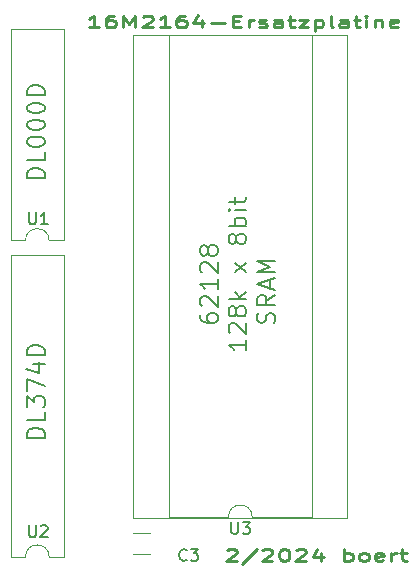
<source format=gbr>
%TF.GenerationSoftware,KiCad,Pcbnew,7.0.10*%
%TF.CreationDate,2024-02-06T22:12:15+01:00*%
%TF.ProjectId,16M2164_Ersatz_SRAM,31364d32-3136-4345-9f45-727361747a5f,1*%
%TF.SameCoordinates,Original*%
%TF.FileFunction,Legend,Top*%
%TF.FilePolarity,Positive*%
%FSLAX46Y46*%
G04 Gerber Fmt 4.6, Leading zero omitted, Abs format (unit mm)*
G04 Created by KiCad (PCBNEW 7.0.10) date 2024-02-06 22:12:15*
%MOMM*%
%LPD*%
G01*
G04 APERTURE LIST*
%ADD10C,0.250000*%
%ADD11C,0.150000*%
%ADD12C,0.120000*%
G04 APERTURE END LIST*
D10*
X177250187Y-126559857D02*
X177321615Y-126512238D01*
X177321615Y-126512238D02*
X177464473Y-126464619D01*
X177464473Y-126464619D02*
X177821615Y-126464619D01*
X177821615Y-126464619D02*
X177964473Y-126512238D01*
X177964473Y-126512238D02*
X178035901Y-126559857D01*
X178035901Y-126559857D02*
X178107330Y-126655095D01*
X178107330Y-126655095D02*
X178107330Y-126750333D01*
X178107330Y-126750333D02*
X178035901Y-126893190D01*
X178035901Y-126893190D02*
X177178758Y-127464619D01*
X177178758Y-127464619D02*
X178107330Y-127464619D01*
X179821615Y-126417000D02*
X178535901Y-127702714D01*
X180250187Y-126559857D02*
X180321615Y-126512238D01*
X180321615Y-126512238D02*
X180464473Y-126464619D01*
X180464473Y-126464619D02*
X180821615Y-126464619D01*
X180821615Y-126464619D02*
X180964473Y-126512238D01*
X180964473Y-126512238D02*
X181035901Y-126559857D01*
X181035901Y-126559857D02*
X181107330Y-126655095D01*
X181107330Y-126655095D02*
X181107330Y-126750333D01*
X181107330Y-126750333D02*
X181035901Y-126893190D01*
X181035901Y-126893190D02*
X180178758Y-127464619D01*
X180178758Y-127464619D02*
X181107330Y-127464619D01*
X182035901Y-126464619D02*
X182178758Y-126464619D01*
X182178758Y-126464619D02*
X182321615Y-126512238D01*
X182321615Y-126512238D02*
X182393044Y-126559857D01*
X182393044Y-126559857D02*
X182464472Y-126655095D01*
X182464472Y-126655095D02*
X182535901Y-126845571D01*
X182535901Y-126845571D02*
X182535901Y-127083666D01*
X182535901Y-127083666D02*
X182464472Y-127274142D01*
X182464472Y-127274142D02*
X182393044Y-127369380D01*
X182393044Y-127369380D02*
X182321615Y-127417000D01*
X182321615Y-127417000D02*
X182178758Y-127464619D01*
X182178758Y-127464619D02*
X182035901Y-127464619D01*
X182035901Y-127464619D02*
X181893044Y-127417000D01*
X181893044Y-127417000D02*
X181821615Y-127369380D01*
X181821615Y-127369380D02*
X181750186Y-127274142D01*
X181750186Y-127274142D02*
X181678758Y-127083666D01*
X181678758Y-127083666D02*
X181678758Y-126845571D01*
X181678758Y-126845571D02*
X181750186Y-126655095D01*
X181750186Y-126655095D02*
X181821615Y-126559857D01*
X181821615Y-126559857D02*
X181893044Y-126512238D01*
X181893044Y-126512238D02*
X182035901Y-126464619D01*
X183107329Y-126559857D02*
X183178757Y-126512238D01*
X183178757Y-126512238D02*
X183321615Y-126464619D01*
X183321615Y-126464619D02*
X183678757Y-126464619D01*
X183678757Y-126464619D02*
X183821615Y-126512238D01*
X183821615Y-126512238D02*
X183893043Y-126559857D01*
X183893043Y-126559857D02*
X183964472Y-126655095D01*
X183964472Y-126655095D02*
X183964472Y-126750333D01*
X183964472Y-126750333D02*
X183893043Y-126893190D01*
X183893043Y-126893190D02*
X183035900Y-127464619D01*
X183035900Y-127464619D02*
X183964472Y-127464619D01*
X185250186Y-126797952D02*
X185250186Y-127464619D01*
X184893043Y-126417000D02*
X184535900Y-127131285D01*
X184535900Y-127131285D02*
X185464471Y-127131285D01*
X187178756Y-127464619D02*
X187178756Y-126464619D01*
X187178756Y-126845571D02*
X187321614Y-126797952D01*
X187321614Y-126797952D02*
X187607328Y-126797952D01*
X187607328Y-126797952D02*
X187750185Y-126845571D01*
X187750185Y-126845571D02*
X187821614Y-126893190D01*
X187821614Y-126893190D02*
X187893042Y-126988428D01*
X187893042Y-126988428D02*
X187893042Y-127274142D01*
X187893042Y-127274142D02*
X187821614Y-127369380D01*
X187821614Y-127369380D02*
X187750185Y-127417000D01*
X187750185Y-127417000D02*
X187607328Y-127464619D01*
X187607328Y-127464619D02*
X187321614Y-127464619D01*
X187321614Y-127464619D02*
X187178756Y-127417000D01*
X188750185Y-127464619D02*
X188607328Y-127417000D01*
X188607328Y-127417000D02*
X188535899Y-127369380D01*
X188535899Y-127369380D02*
X188464471Y-127274142D01*
X188464471Y-127274142D02*
X188464471Y-126988428D01*
X188464471Y-126988428D02*
X188535899Y-126893190D01*
X188535899Y-126893190D02*
X188607328Y-126845571D01*
X188607328Y-126845571D02*
X188750185Y-126797952D01*
X188750185Y-126797952D02*
X188964471Y-126797952D01*
X188964471Y-126797952D02*
X189107328Y-126845571D01*
X189107328Y-126845571D02*
X189178757Y-126893190D01*
X189178757Y-126893190D02*
X189250185Y-126988428D01*
X189250185Y-126988428D02*
X189250185Y-127274142D01*
X189250185Y-127274142D02*
X189178757Y-127369380D01*
X189178757Y-127369380D02*
X189107328Y-127417000D01*
X189107328Y-127417000D02*
X188964471Y-127464619D01*
X188964471Y-127464619D02*
X188750185Y-127464619D01*
X190464471Y-127417000D02*
X190321614Y-127464619D01*
X190321614Y-127464619D02*
X190035900Y-127464619D01*
X190035900Y-127464619D02*
X189893042Y-127417000D01*
X189893042Y-127417000D02*
X189821614Y-127321761D01*
X189821614Y-127321761D02*
X189821614Y-126940809D01*
X189821614Y-126940809D02*
X189893042Y-126845571D01*
X189893042Y-126845571D02*
X190035900Y-126797952D01*
X190035900Y-126797952D02*
X190321614Y-126797952D01*
X190321614Y-126797952D02*
X190464471Y-126845571D01*
X190464471Y-126845571D02*
X190535900Y-126940809D01*
X190535900Y-126940809D02*
X190535900Y-127036047D01*
X190535900Y-127036047D02*
X189821614Y-127131285D01*
X191178756Y-127464619D02*
X191178756Y-126797952D01*
X191178756Y-126988428D02*
X191250185Y-126893190D01*
X191250185Y-126893190D02*
X191321614Y-126845571D01*
X191321614Y-126845571D02*
X191464471Y-126797952D01*
X191464471Y-126797952D02*
X191607328Y-126797952D01*
X191893042Y-126797952D02*
X192464470Y-126797952D01*
X192107327Y-126464619D02*
X192107327Y-127321761D01*
X192107327Y-127321761D02*
X192178756Y-127417000D01*
X192178756Y-127417000D02*
X192321613Y-127464619D01*
X192321613Y-127464619D02*
X192464470Y-127464619D01*
X166407330Y-82294619D02*
X165550187Y-82294619D01*
X165978758Y-82294619D02*
X165978758Y-81294619D01*
X165978758Y-81294619D02*
X165835901Y-81437476D01*
X165835901Y-81437476D02*
X165693044Y-81532714D01*
X165693044Y-81532714D02*
X165550187Y-81580333D01*
X167693044Y-81294619D02*
X167407329Y-81294619D01*
X167407329Y-81294619D02*
X167264472Y-81342238D01*
X167264472Y-81342238D02*
X167193044Y-81389857D01*
X167193044Y-81389857D02*
X167050186Y-81532714D01*
X167050186Y-81532714D02*
X166978758Y-81723190D01*
X166978758Y-81723190D02*
X166978758Y-82104142D01*
X166978758Y-82104142D02*
X167050186Y-82199380D01*
X167050186Y-82199380D02*
X167121615Y-82247000D01*
X167121615Y-82247000D02*
X167264472Y-82294619D01*
X167264472Y-82294619D02*
X167550186Y-82294619D01*
X167550186Y-82294619D02*
X167693044Y-82247000D01*
X167693044Y-82247000D02*
X167764472Y-82199380D01*
X167764472Y-82199380D02*
X167835901Y-82104142D01*
X167835901Y-82104142D02*
X167835901Y-81866047D01*
X167835901Y-81866047D02*
X167764472Y-81770809D01*
X167764472Y-81770809D02*
X167693044Y-81723190D01*
X167693044Y-81723190D02*
X167550186Y-81675571D01*
X167550186Y-81675571D02*
X167264472Y-81675571D01*
X167264472Y-81675571D02*
X167121615Y-81723190D01*
X167121615Y-81723190D02*
X167050186Y-81770809D01*
X167050186Y-81770809D02*
X166978758Y-81866047D01*
X168478757Y-82294619D02*
X168478757Y-81294619D01*
X168478757Y-81294619D02*
X168978757Y-82008904D01*
X168978757Y-82008904D02*
X169478757Y-81294619D01*
X169478757Y-81294619D02*
X169478757Y-82294619D01*
X170121615Y-81389857D02*
X170193043Y-81342238D01*
X170193043Y-81342238D02*
X170335901Y-81294619D01*
X170335901Y-81294619D02*
X170693043Y-81294619D01*
X170693043Y-81294619D02*
X170835901Y-81342238D01*
X170835901Y-81342238D02*
X170907329Y-81389857D01*
X170907329Y-81389857D02*
X170978758Y-81485095D01*
X170978758Y-81485095D02*
X170978758Y-81580333D01*
X170978758Y-81580333D02*
X170907329Y-81723190D01*
X170907329Y-81723190D02*
X170050186Y-82294619D01*
X170050186Y-82294619D02*
X170978758Y-82294619D01*
X172407329Y-82294619D02*
X171550186Y-82294619D01*
X171978757Y-82294619D02*
X171978757Y-81294619D01*
X171978757Y-81294619D02*
X171835900Y-81437476D01*
X171835900Y-81437476D02*
X171693043Y-81532714D01*
X171693043Y-81532714D02*
X171550186Y-81580333D01*
X173693043Y-81294619D02*
X173407328Y-81294619D01*
X173407328Y-81294619D02*
X173264471Y-81342238D01*
X173264471Y-81342238D02*
X173193043Y-81389857D01*
X173193043Y-81389857D02*
X173050185Y-81532714D01*
X173050185Y-81532714D02*
X172978757Y-81723190D01*
X172978757Y-81723190D02*
X172978757Y-82104142D01*
X172978757Y-82104142D02*
X173050185Y-82199380D01*
X173050185Y-82199380D02*
X173121614Y-82247000D01*
X173121614Y-82247000D02*
X173264471Y-82294619D01*
X173264471Y-82294619D02*
X173550185Y-82294619D01*
X173550185Y-82294619D02*
X173693043Y-82247000D01*
X173693043Y-82247000D02*
X173764471Y-82199380D01*
X173764471Y-82199380D02*
X173835900Y-82104142D01*
X173835900Y-82104142D02*
X173835900Y-81866047D01*
X173835900Y-81866047D02*
X173764471Y-81770809D01*
X173764471Y-81770809D02*
X173693043Y-81723190D01*
X173693043Y-81723190D02*
X173550185Y-81675571D01*
X173550185Y-81675571D02*
X173264471Y-81675571D01*
X173264471Y-81675571D02*
X173121614Y-81723190D01*
X173121614Y-81723190D02*
X173050185Y-81770809D01*
X173050185Y-81770809D02*
X172978757Y-81866047D01*
X175121614Y-81627952D02*
X175121614Y-82294619D01*
X174764471Y-81247000D02*
X174407328Y-81961285D01*
X174407328Y-81961285D02*
X175335899Y-81961285D01*
X175907327Y-81913666D02*
X177050185Y-81913666D01*
X177764470Y-81770809D02*
X178264470Y-81770809D01*
X178478756Y-82294619D02*
X177764470Y-82294619D01*
X177764470Y-82294619D02*
X177764470Y-81294619D01*
X177764470Y-81294619D02*
X178478756Y-81294619D01*
X179121613Y-82294619D02*
X179121613Y-81627952D01*
X179121613Y-81818428D02*
X179193042Y-81723190D01*
X179193042Y-81723190D02*
X179264471Y-81675571D01*
X179264471Y-81675571D02*
X179407328Y-81627952D01*
X179407328Y-81627952D02*
X179550185Y-81627952D01*
X179978756Y-82247000D02*
X180121613Y-82294619D01*
X180121613Y-82294619D02*
X180407327Y-82294619D01*
X180407327Y-82294619D02*
X180550184Y-82247000D01*
X180550184Y-82247000D02*
X180621613Y-82151761D01*
X180621613Y-82151761D02*
X180621613Y-82104142D01*
X180621613Y-82104142D02*
X180550184Y-82008904D01*
X180550184Y-82008904D02*
X180407327Y-81961285D01*
X180407327Y-81961285D02*
X180193042Y-81961285D01*
X180193042Y-81961285D02*
X180050184Y-81913666D01*
X180050184Y-81913666D02*
X179978756Y-81818428D01*
X179978756Y-81818428D02*
X179978756Y-81770809D01*
X179978756Y-81770809D02*
X180050184Y-81675571D01*
X180050184Y-81675571D02*
X180193042Y-81627952D01*
X180193042Y-81627952D02*
X180407327Y-81627952D01*
X180407327Y-81627952D02*
X180550184Y-81675571D01*
X181907328Y-82294619D02*
X181907328Y-81770809D01*
X181907328Y-81770809D02*
X181835899Y-81675571D01*
X181835899Y-81675571D02*
X181693042Y-81627952D01*
X181693042Y-81627952D02*
X181407328Y-81627952D01*
X181407328Y-81627952D02*
X181264470Y-81675571D01*
X181907328Y-82247000D02*
X181764470Y-82294619D01*
X181764470Y-82294619D02*
X181407328Y-82294619D01*
X181407328Y-82294619D02*
X181264470Y-82247000D01*
X181264470Y-82247000D02*
X181193042Y-82151761D01*
X181193042Y-82151761D02*
X181193042Y-82056523D01*
X181193042Y-82056523D02*
X181264470Y-81961285D01*
X181264470Y-81961285D02*
X181407328Y-81913666D01*
X181407328Y-81913666D02*
X181764470Y-81913666D01*
X181764470Y-81913666D02*
X181907328Y-81866047D01*
X182407328Y-81627952D02*
X182978756Y-81627952D01*
X182621613Y-81294619D02*
X182621613Y-82151761D01*
X182621613Y-82151761D02*
X182693042Y-82247000D01*
X182693042Y-82247000D02*
X182835899Y-82294619D01*
X182835899Y-82294619D02*
X182978756Y-82294619D01*
X183335899Y-81627952D02*
X184121614Y-81627952D01*
X184121614Y-81627952D02*
X183335899Y-82294619D01*
X183335899Y-82294619D02*
X184121614Y-82294619D01*
X184693042Y-81627952D02*
X184693042Y-82627952D01*
X184693042Y-81675571D02*
X184835900Y-81627952D01*
X184835900Y-81627952D02*
X185121614Y-81627952D01*
X185121614Y-81627952D02*
X185264471Y-81675571D01*
X185264471Y-81675571D02*
X185335900Y-81723190D01*
X185335900Y-81723190D02*
X185407328Y-81818428D01*
X185407328Y-81818428D02*
X185407328Y-82104142D01*
X185407328Y-82104142D02*
X185335900Y-82199380D01*
X185335900Y-82199380D02*
X185264471Y-82247000D01*
X185264471Y-82247000D02*
X185121614Y-82294619D01*
X185121614Y-82294619D02*
X184835900Y-82294619D01*
X184835900Y-82294619D02*
X184693042Y-82247000D01*
X186264471Y-82294619D02*
X186121614Y-82247000D01*
X186121614Y-82247000D02*
X186050185Y-82151761D01*
X186050185Y-82151761D02*
X186050185Y-81294619D01*
X187478757Y-82294619D02*
X187478757Y-81770809D01*
X187478757Y-81770809D02*
X187407328Y-81675571D01*
X187407328Y-81675571D02*
X187264471Y-81627952D01*
X187264471Y-81627952D02*
X186978757Y-81627952D01*
X186978757Y-81627952D02*
X186835899Y-81675571D01*
X187478757Y-82247000D02*
X187335899Y-82294619D01*
X187335899Y-82294619D02*
X186978757Y-82294619D01*
X186978757Y-82294619D02*
X186835899Y-82247000D01*
X186835899Y-82247000D02*
X186764471Y-82151761D01*
X186764471Y-82151761D02*
X186764471Y-82056523D01*
X186764471Y-82056523D02*
X186835899Y-81961285D01*
X186835899Y-81961285D02*
X186978757Y-81913666D01*
X186978757Y-81913666D02*
X187335899Y-81913666D01*
X187335899Y-81913666D02*
X187478757Y-81866047D01*
X187978757Y-81627952D02*
X188550185Y-81627952D01*
X188193042Y-81294619D02*
X188193042Y-82151761D01*
X188193042Y-82151761D02*
X188264471Y-82247000D01*
X188264471Y-82247000D02*
X188407328Y-82294619D01*
X188407328Y-82294619D02*
X188550185Y-82294619D01*
X189050185Y-82294619D02*
X189050185Y-81627952D01*
X189050185Y-81294619D02*
X188978757Y-81342238D01*
X188978757Y-81342238D02*
X189050185Y-81389857D01*
X189050185Y-81389857D02*
X189121614Y-81342238D01*
X189121614Y-81342238D02*
X189050185Y-81294619D01*
X189050185Y-81294619D02*
X189050185Y-81389857D01*
X189764471Y-81627952D02*
X189764471Y-82294619D01*
X189764471Y-81723190D02*
X189835900Y-81675571D01*
X189835900Y-81675571D02*
X189978757Y-81627952D01*
X189978757Y-81627952D02*
X190193043Y-81627952D01*
X190193043Y-81627952D02*
X190335900Y-81675571D01*
X190335900Y-81675571D02*
X190407329Y-81770809D01*
X190407329Y-81770809D02*
X190407329Y-82294619D01*
X191693043Y-82247000D02*
X191550186Y-82294619D01*
X191550186Y-82294619D02*
X191264472Y-82294619D01*
X191264472Y-82294619D02*
X191121614Y-82247000D01*
X191121614Y-82247000D02*
X191050186Y-82151761D01*
X191050186Y-82151761D02*
X191050186Y-81770809D01*
X191050186Y-81770809D02*
X191121614Y-81675571D01*
X191121614Y-81675571D02*
X191264472Y-81627952D01*
X191264472Y-81627952D02*
X191550186Y-81627952D01*
X191550186Y-81627952D02*
X191693043Y-81675571D01*
X191693043Y-81675571D02*
X191764472Y-81770809D01*
X191764472Y-81770809D02*
X191764472Y-81866047D01*
X191764472Y-81866047D02*
X191050186Y-81961285D01*
D11*
X174978628Y-106615602D02*
X174978628Y-106901316D01*
X174978628Y-106901316D02*
X175050057Y-107044173D01*
X175050057Y-107044173D02*
X175121485Y-107115602D01*
X175121485Y-107115602D02*
X175335771Y-107258459D01*
X175335771Y-107258459D02*
X175621485Y-107329887D01*
X175621485Y-107329887D02*
X176192914Y-107329887D01*
X176192914Y-107329887D02*
X176335771Y-107258459D01*
X176335771Y-107258459D02*
X176407200Y-107187030D01*
X176407200Y-107187030D02*
X176478628Y-107044173D01*
X176478628Y-107044173D02*
X176478628Y-106758459D01*
X176478628Y-106758459D02*
X176407200Y-106615602D01*
X176407200Y-106615602D02*
X176335771Y-106544173D01*
X176335771Y-106544173D02*
X176192914Y-106472744D01*
X176192914Y-106472744D02*
X175835771Y-106472744D01*
X175835771Y-106472744D02*
X175692914Y-106544173D01*
X175692914Y-106544173D02*
X175621485Y-106615602D01*
X175621485Y-106615602D02*
X175550057Y-106758459D01*
X175550057Y-106758459D02*
X175550057Y-107044173D01*
X175550057Y-107044173D02*
X175621485Y-107187030D01*
X175621485Y-107187030D02*
X175692914Y-107258459D01*
X175692914Y-107258459D02*
X175835771Y-107329887D01*
X175121485Y-105901316D02*
X175050057Y-105829888D01*
X175050057Y-105829888D02*
X174978628Y-105687031D01*
X174978628Y-105687031D02*
X174978628Y-105329888D01*
X174978628Y-105329888D02*
X175050057Y-105187031D01*
X175050057Y-105187031D02*
X175121485Y-105115602D01*
X175121485Y-105115602D02*
X175264342Y-105044173D01*
X175264342Y-105044173D02*
X175407200Y-105044173D01*
X175407200Y-105044173D02*
X175621485Y-105115602D01*
X175621485Y-105115602D02*
X176478628Y-105972745D01*
X176478628Y-105972745D02*
X176478628Y-105044173D01*
X176478628Y-103615602D02*
X176478628Y-104472745D01*
X176478628Y-104044174D02*
X174978628Y-104044174D01*
X174978628Y-104044174D02*
X175192914Y-104187031D01*
X175192914Y-104187031D02*
X175335771Y-104329888D01*
X175335771Y-104329888D02*
X175407200Y-104472745D01*
X175121485Y-103044174D02*
X175050057Y-102972746D01*
X175050057Y-102972746D02*
X174978628Y-102829889D01*
X174978628Y-102829889D02*
X174978628Y-102472746D01*
X174978628Y-102472746D02*
X175050057Y-102329889D01*
X175050057Y-102329889D02*
X175121485Y-102258460D01*
X175121485Y-102258460D02*
X175264342Y-102187031D01*
X175264342Y-102187031D02*
X175407200Y-102187031D01*
X175407200Y-102187031D02*
X175621485Y-102258460D01*
X175621485Y-102258460D02*
X176478628Y-103115603D01*
X176478628Y-103115603D02*
X176478628Y-102187031D01*
X175621485Y-101329889D02*
X175550057Y-101472746D01*
X175550057Y-101472746D02*
X175478628Y-101544175D01*
X175478628Y-101544175D02*
X175335771Y-101615603D01*
X175335771Y-101615603D02*
X175264342Y-101615603D01*
X175264342Y-101615603D02*
X175121485Y-101544175D01*
X175121485Y-101544175D02*
X175050057Y-101472746D01*
X175050057Y-101472746D02*
X174978628Y-101329889D01*
X174978628Y-101329889D02*
X174978628Y-101044175D01*
X174978628Y-101044175D02*
X175050057Y-100901318D01*
X175050057Y-100901318D02*
X175121485Y-100829889D01*
X175121485Y-100829889D02*
X175264342Y-100758460D01*
X175264342Y-100758460D02*
X175335771Y-100758460D01*
X175335771Y-100758460D02*
X175478628Y-100829889D01*
X175478628Y-100829889D02*
X175550057Y-100901318D01*
X175550057Y-100901318D02*
X175621485Y-101044175D01*
X175621485Y-101044175D02*
X175621485Y-101329889D01*
X175621485Y-101329889D02*
X175692914Y-101472746D01*
X175692914Y-101472746D02*
X175764342Y-101544175D01*
X175764342Y-101544175D02*
X175907200Y-101615603D01*
X175907200Y-101615603D02*
X176192914Y-101615603D01*
X176192914Y-101615603D02*
X176335771Y-101544175D01*
X176335771Y-101544175D02*
X176407200Y-101472746D01*
X176407200Y-101472746D02*
X176478628Y-101329889D01*
X176478628Y-101329889D02*
X176478628Y-101044175D01*
X176478628Y-101044175D02*
X176407200Y-100901318D01*
X176407200Y-100901318D02*
X176335771Y-100829889D01*
X176335771Y-100829889D02*
X176192914Y-100758460D01*
X176192914Y-100758460D02*
X175907200Y-100758460D01*
X175907200Y-100758460D02*
X175764342Y-100829889D01*
X175764342Y-100829889D02*
X175692914Y-100901318D01*
X175692914Y-100901318D02*
X175621485Y-101044175D01*
X178893628Y-108758458D02*
X178893628Y-109615601D01*
X178893628Y-109187030D02*
X177393628Y-109187030D01*
X177393628Y-109187030D02*
X177607914Y-109329887D01*
X177607914Y-109329887D02*
X177750771Y-109472744D01*
X177750771Y-109472744D02*
X177822200Y-109615601D01*
X177536485Y-108187030D02*
X177465057Y-108115602D01*
X177465057Y-108115602D02*
X177393628Y-107972745D01*
X177393628Y-107972745D02*
X177393628Y-107615602D01*
X177393628Y-107615602D02*
X177465057Y-107472745D01*
X177465057Y-107472745D02*
X177536485Y-107401316D01*
X177536485Y-107401316D02*
X177679342Y-107329887D01*
X177679342Y-107329887D02*
X177822200Y-107329887D01*
X177822200Y-107329887D02*
X178036485Y-107401316D01*
X178036485Y-107401316D02*
X178893628Y-108258459D01*
X178893628Y-108258459D02*
X178893628Y-107329887D01*
X178036485Y-106472745D02*
X177965057Y-106615602D01*
X177965057Y-106615602D02*
X177893628Y-106687031D01*
X177893628Y-106687031D02*
X177750771Y-106758459D01*
X177750771Y-106758459D02*
X177679342Y-106758459D01*
X177679342Y-106758459D02*
X177536485Y-106687031D01*
X177536485Y-106687031D02*
X177465057Y-106615602D01*
X177465057Y-106615602D02*
X177393628Y-106472745D01*
X177393628Y-106472745D02*
X177393628Y-106187031D01*
X177393628Y-106187031D02*
X177465057Y-106044174D01*
X177465057Y-106044174D02*
X177536485Y-105972745D01*
X177536485Y-105972745D02*
X177679342Y-105901316D01*
X177679342Y-105901316D02*
X177750771Y-105901316D01*
X177750771Y-105901316D02*
X177893628Y-105972745D01*
X177893628Y-105972745D02*
X177965057Y-106044174D01*
X177965057Y-106044174D02*
X178036485Y-106187031D01*
X178036485Y-106187031D02*
X178036485Y-106472745D01*
X178036485Y-106472745D02*
X178107914Y-106615602D01*
X178107914Y-106615602D02*
X178179342Y-106687031D01*
X178179342Y-106687031D02*
X178322200Y-106758459D01*
X178322200Y-106758459D02*
X178607914Y-106758459D01*
X178607914Y-106758459D02*
X178750771Y-106687031D01*
X178750771Y-106687031D02*
X178822200Y-106615602D01*
X178822200Y-106615602D02*
X178893628Y-106472745D01*
X178893628Y-106472745D02*
X178893628Y-106187031D01*
X178893628Y-106187031D02*
X178822200Y-106044174D01*
X178822200Y-106044174D02*
X178750771Y-105972745D01*
X178750771Y-105972745D02*
X178607914Y-105901316D01*
X178607914Y-105901316D02*
X178322200Y-105901316D01*
X178322200Y-105901316D02*
X178179342Y-105972745D01*
X178179342Y-105972745D02*
X178107914Y-106044174D01*
X178107914Y-106044174D02*
X178036485Y-106187031D01*
X178893628Y-105258460D02*
X177393628Y-105258460D01*
X178322200Y-105115603D02*
X178893628Y-104687031D01*
X177893628Y-104687031D02*
X178465057Y-105258460D01*
X178893628Y-103044174D02*
X177893628Y-102258460D01*
X177893628Y-103044174D02*
X178893628Y-102258460D01*
X178036485Y-100329888D02*
X177965057Y-100472745D01*
X177965057Y-100472745D02*
X177893628Y-100544174D01*
X177893628Y-100544174D02*
X177750771Y-100615602D01*
X177750771Y-100615602D02*
X177679342Y-100615602D01*
X177679342Y-100615602D02*
X177536485Y-100544174D01*
X177536485Y-100544174D02*
X177465057Y-100472745D01*
X177465057Y-100472745D02*
X177393628Y-100329888D01*
X177393628Y-100329888D02*
X177393628Y-100044174D01*
X177393628Y-100044174D02*
X177465057Y-99901317D01*
X177465057Y-99901317D02*
X177536485Y-99829888D01*
X177536485Y-99829888D02*
X177679342Y-99758459D01*
X177679342Y-99758459D02*
X177750771Y-99758459D01*
X177750771Y-99758459D02*
X177893628Y-99829888D01*
X177893628Y-99829888D02*
X177965057Y-99901317D01*
X177965057Y-99901317D02*
X178036485Y-100044174D01*
X178036485Y-100044174D02*
X178036485Y-100329888D01*
X178036485Y-100329888D02*
X178107914Y-100472745D01*
X178107914Y-100472745D02*
X178179342Y-100544174D01*
X178179342Y-100544174D02*
X178322200Y-100615602D01*
X178322200Y-100615602D02*
X178607914Y-100615602D01*
X178607914Y-100615602D02*
X178750771Y-100544174D01*
X178750771Y-100544174D02*
X178822200Y-100472745D01*
X178822200Y-100472745D02*
X178893628Y-100329888D01*
X178893628Y-100329888D02*
X178893628Y-100044174D01*
X178893628Y-100044174D02*
X178822200Y-99901317D01*
X178822200Y-99901317D02*
X178750771Y-99829888D01*
X178750771Y-99829888D02*
X178607914Y-99758459D01*
X178607914Y-99758459D02*
X178322200Y-99758459D01*
X178322200Y-99758459D02*
X178179342Y-99829888D01*
X178179342Y-99829888D02*
X178107914Y-99901317D01*
X178107914Y-99901317D02*
X178036485Y-100044174D01*
X178893628Y-99115603D02*
X177393628Y-99115603D01*
X177965057Y-99115603D02*
X177893628Y-98972746D01*
X177893628Y-98972746D02*
X177893628Y-98687031D01*
X177893628Y-98687031D02*
X177965057Y-98544174D01*
X177965057Y-98544174D02*
X178036485Y-98472746D01*
X178036485Y-98472746D02*
X178179342Y-98401317D01*
X178179342Y-98401317D02*
X178607914Y-98401317D01*
X178607914Y-98401317D02*
X178750771Y-98472746D01*
X178750771Y-98472746D02*
X178822200Y-98544174D01*
X178822200Y-98544174D02*
X178893628Y-98687031D01*
X178893628Y-98687031D02*
X178893628Y-98972746D01*
X178893628Y-98972746D02*
X178822200Y-99115603D01*
X178893628Y-97758460D02*
X177893628Y-97758460D01*
X177393628Y-97758460D02*
X177465057Y-97829888D01*
X177465057Y-97829888D02*
X177536485Y-97758460D01*
X177536485Y-97758460D02*
X177465057Y-97687031D01*
X177465057Y-97687031D02*
X177393628Y-97758460D01*
X177393628Y-97758460D02*
X177536485Y-97758460D01*
X177893628Y-97258459D02*
X177893628Y-96687031D01*
X177393628Y-97044174D02*
X178679342Y-97044174D01*
X178679342Y-97044174D02*
X178822200Y-96972745D01*
X178822200Y-96972745D02*
X178893628Y-96829888D01*
X178893628Y-96829888D02*
X178893628Y-96687031D01*
X181237200Y-107329887D02*
X181308628Y-107115602D01*
X181308628Y-107115602D02*
X181308628Y-106758459D01*
X181308628Y-106758459D02*
X181237200Y-106615602D01*
X181237200Y-106615602D02*
X181165771Y-106544173D01*
X181165771Y-106544173D02*
X181022914Y-106472744D01*
X181022914Y-106472744D02*
X180880057Y-106472744D01*
X180880057Y-106472744D02*
X180737200Y-106544173D01*
X180737200Y-106544173D02*
X180665771Y-106615602D01*
X180665771Y-106615602D02*
X180594342Y-106758459D01*
X180594342Y-106758459D02*
X180522914Y-107044173D01*
X180522914Y-107044173D02*
X180451485Y-107187030D01*
X180451485Y-107187030D02*
X180380057Y-107258459D01*
X180380057Y-107258459D02*
X180237200Y-107329887D01*
X180237200Y-107329887D02*
X180094342Y-107329887D01*
X180094342Y-107329887D02*
X179951485Y-107258459D01*
X179951485Y-107258459D02*
X179880057Y-107187030D01*
X179880057Y-107187030D02*
X179808628Y-107044173D01*
X179808628Y-107044173D02*
X179808628Y-106687030D01*
X179808628Y-106687030D02*
X179880057Y-106472744D01*
X181308628Y-104972745D02*
X180594342Y-105472745D01*
X181308628Y-105829888D02*
X179808628Y-105829888D01*
X179808628Y-105829888D02*
X179808628Y-105258459D01*
X179808628Y-105258459D02*
X179880057Y-105115602D01*
X179880057Y-105115602D02*
X179951485Y-105044173D01*
X179951485Y-105044173D02*
X180094342Y-104972745D01*
X180094342Y-104972745D02*
X180308628Y-104972745D01*
X180308628Y-104972745D02*
X180451485Y-105044173D01*
X180451485Y-105044173D02*
X180522914Y-105115602D01*
X180522914Y-105115602D02*
X180594342Y-105258459D01*
X180594342Y-105258459D02*
X180594342Y-105829888D01*
X180880057Y-104401316D02*
X180880057Y-103687031D01*
X181308628Y-104544173D02*
X179808628Y-104044173D01*
X179808628Y-104044173D02*
X181308628Y-103544173D01*
X181308628Y-103044174D02*
X179808628Y-103044174D01*
X179808628Y-103044174D02*
X180880057Y-102544174D01*
X180880057Y-102544174D02*
X179808628Y-102044174D01*
X179808628Y-102044174D02*
X181308628Y-102044174D01*
X161808628Y-117044173D02*
X160308628Y-117044173D01*
X160308628Y-117044173D02*
X160308628Y-116687030D01*
X160308628Y-116687030D02*
X160380057Y-116472744D01*
X160380057Y-116472744D02*
X160522914Y-116329887D01*
X160522914Y-116329887D02*
X160665771Y-116258458D01*
X160665771Y-116258458D02*
X160951485Y-116187030D01*
X160951485Y-116187030D02*
X161165771Y-116187030D01*
X161165771Y-116187030D02*
X161451485Y-116258458D01*
X161451485Y-116258458D02*
X161594342Y-116329887D01*
X161594342Y-116329887D02*
X161737200Y-116472744D01*
X161737200Y-116472744D02*
X161808628Y-116687030D01*
X161808628Y-116687030D02*
X161808628Y-117044173D01*
X161808628Y-114829887D02*
X161808628Y-115544173D01*
X161808628Y-115544173D02*
X160308628Y-115544173D01*
X160308628Y-114472744D02*
X160308628Y-113544172D01*
X160308628Y-113544172D02*
X160880057Y-114044172D01*
X160880057Y-114044172D02*
X160880057Y-113829887D01*
X160880057Y-113829887D02*
X160951485Y-113687030D01*
X160951485Y-113687030D02*
X161022914Y-113615601D01*
X161022914Y-113615601D02*
X161165771Y-113544172D01*
X161165771Y-113544172D02*
X161522914Y-113544172D01*
X161522914Y-113544172D02*
X161665771Y-113615601D01*
X161665771Y-113615601D02*
X161737200Y-113687030D01*
X161737200Y-113687030D02*
X161808628Y-113829887D01*
X161808628Y-113829887D02*
X161808628Y-114258458D01*
X161808628Y-114258458D02*
X161737200Y-114401315D01*
X161737200Y-114401315D02*
X161665771Y-114472744D01*
X160308628Y-113044173D02*
X160308628Y-112044173D01*
X160308628Y-112044173D02*
X161808628Y-112687030D01*
X160808628Y-110829888D02*
X161808628Y-110829888D01*
X160237200Y-111187030D02*
X161308628Y-111544173D01*
X161308628Y-111544173D02*
X161308628Y-110615602D01*
X161808628Y-110044174D02*
X160308628Y-110044174D01*
X160308628Y-110044174D02*
X160308628Y-109687031D01*
X160308628Y-109687031D02*
X160380057Y-109472745D01*
X160380057Y-109472745D02*
X160522914Y-109329888D01*
X160522914Y-109329888D02*
X160665771Y-109258459D01*
X160665771Y-109258459D02*
X160951485Y-109187031D01*
X160951485Y-109187031D02*
X161165771Y-109187031D01*
X161165771Y-109187031D02*
X161451485Y-109258459D01*
X161451485Y-109258459D02*
X161594342Y-109329888D01*
X161594342Y-109329888D02*
X161737200Y-109472745D01*
X161737200Y-109472745D02*
X161808628Y-109687031D01*
X161808628Y-109687031D02*
X161808628Y-110044174D01*
X161808628Y-95044173D02*
X160308628Y-95044173D01*
X160308628Y-95044173D02*
X160308628Y-94687030D01*
X160308628Y-94687030D02*
X160380057Y-94472744D01*
X160380057Y-94472744D02*
X160522914Y-94329887D01*
X160522914Y-94329887D02*
X160665771Y-94258458D01*
X160665771Y-94258458D02*
X160951485Y-94187030D01*
X160951485Y-94187030D02*
X161165771Y-94187030D01*
X161165771Y-94187030D02*
X161451485Y-94258458D01*
X161451485Y-94258458D02*
X161594342Y-94329887D01*
X161594342Y-94329887D02*
X161737200Y-94472744D01*
X161737200Y-94472744D02*
X161808628Y-94687030D01*
X161808628Y-94687030D02*
X161808628Y-95044173D01*
X161808628Y-92829887D02*
X161808628Y-93544173D01*
X161808628Y-93544173D02*
X160308628Y-93544173D01*
X160308628Y-92044172D02*
X160308628Y-91901315D01*
X160308628Y-91901315D02*
X160380057Y-91758458D01*
X160380057Y-91758458D02*
X160451485Y-91687030D01*
X160451485Y-91687030D02*
X160594342Y-91615601D01*
X160594342Y-91615601D02*
X160880057Y-91544172D01*
X160880057Y-91544172D02*
X161237200Y-91544172D01*
X161237200Y-91544172D02*
X161522914Y-91615601D01*
X161522914Y-91615601D02*
X161665771Y-91687030D01*
X161665771Y-91687030D02*
X161737200Y-91758458D01*
X161737200Y-91758458D02*
X161808628Y-91901315D01*
X161808628Y-91901315D02*
X161808628Y-92044172D01*
X161808628Y-92044172D02*
X161737200Y-92187030D01*
X161737200Y-92187030D02*
X161665771Y-92258458D01*
X161665771Y-92258458D02*
X161522914Y-92329887D01*
X161522914Y-92329887D02*
X161237200Y-92401315D01*
X161237200Y-92401315D02*
X160880057Y-92401315D01*
X160880057Y-92401315D02*
X160594342Y-92329887D01*
X160594342Y-92329887D02*
X160451485Y-92258458D01*
X160451485Y-92258458D02*
X160380057Y-92187030D01*
X160380057Y-92187030D02*
X160308628Y-92044172D01*
X160308628Y-90615601D02*
X160308628Y-90472744D01*
X160308628Y-90472744D02*
X160380057Y-90329887D01*
X160380057Y-90329887D02*
X160451485Y-90258459D01*
X160451485Y-90258459D02*
X160594342Y-90187030D01*
X160594342Y-90187030D02*
X160880057Y-90115601D01*
X160880057Y-90115601D02*
X161237200Y-90115601D01*
X161237200Y-90115601D02*
X161522914Y-90187030D01*
X161522914Y-90187030D02*
X161665771Y-90258459D01*
X161665771Y-90258459D02*
X161737200Y-90329887D01*
X161737200Y-90329887D02*
X161808628Y-90472744D01*
X161808628Y-90472744D02*
X161808628Y-90615601D01*
X161808628Y-90615601D02*
X161737200Y-90758459D01*
X161737200Y-90758459D02*
X161665771Y-90829887D01*
X161665771Y-90829887D02*
X161522914Y-90901316D01*
X161522914Y-90901316D02*
X161237200Y-90972744D01*
X161237200Y-90972744D02*
X160880057Y-90972744D01*
X160880057Y-90972744D02*
X160594342Y-90901316D01*
X160594342Y-90901316D02*
X160451485Y-90829887D01*
X160451485Y-90829887D02*
X160380057Y-90758459D01*
X160380057Y-90758459D02*
X160308628Y-90615601D01*
X160308628Y-89187030D02*
X160308628Y-89044173D01*
X160308628Y-89044173D02*
X160380057Y-88901316D01*
X160380057Y-88901316D02*
X160451485Y-88829888D01*
X160451485Y-88829888D02*
X160594342Y-88758459D01*
X160594342Y-88758459D02*
X160880057Y-88687030D01*
X160880057Y-88687030D02*
X161237200Y-88687030D01*
X161237200Y-88687030D02*
X161522914Y-88758459D01*
X161522914Y-88758459D02*
X161665771Y-88829888D01*
X161665771Y-88829888D02*
X161737200Y-88901316D01*
X161737200Y-88901316D02*
X161808628Y-89044173D01*
X161808628Y-89044173D02*
X161808628Y-89187030D01*
X161808628Y-89187030D02*
X161737200Y-89329888D01*
X161737200Y-89329888D02*
X161665771Y-89401316D01*
X161665771Y-89401316D02*
X161522914Y-89472745D01*
X161522914Y-89472745D02*
X161237200Y-89544173D01*
X161237200Y-89544173D02*
X160880057Y-89544173D01*
X160880057Y-89544173D02*
X160594342Y-89472745D01*
X160594342Y-89472745D02*
X160451485Y-89401316D01*
X160451485Y-89401316D02*
X160380057Y-89329888D01*
X160380057Y-89329888D02*
X160308628Y-89187030D01*
X161808628Y-88044174D02*
X160308628Y-88044174D01*
X160308628Y-88044174D02*
X160308628Y-87687031D01*
X160308628Y-87687031D02*
X160380057Y-87472745D01*
X160380057Y-87472745D02*
X160522914Y-87329888D01*
X160522914Y-87329888D02*
X160665771Y-87258459D01*
X160665771Y-87258459D02*
X160951485Y-87187031D01*
X160951485Y-87187031D02*
X161165771Y-87187031D01*
X161165771Y-87187031D02*
X161451485Y-87258459D01*
X161451485Y-87258459D02*
X161594342Y-87329888D01*
X161594342Y-87329888D02*
X161737200Y-87472745D01*
X161737200Y-87472745D02*
X161808628Y-87687031D01*
X161808628Y-87687031D02*
X161808628Y-88044174D01*
X177618095Y-124184819D02*
X177618095Y-124994342D01*
X177618095Y-124994342D02*
X177665714Y-125089580D01*
X177665714Y-125089580D02*
X177713333Y-125137200D01*
X177713333Y-125137200D02*
X177808571Y-125184819D01*
X177808571Y-125184819D02*
X177999047Y-125184819D01*
X177999047Y-125184819D02*
X178094285Y-125137200D01*
X178094285Y-125137200D02*
X178141904Y-125089580D01*
X178141904Y-125089580D02*
X178189523Y-124994342D01*
X178189523Y-124994342D02*
X178189523Y-124184819D01*
X178570476Y-124184819D02*
X179189523Y-124184819D01*
X179189523Y-124184819D02*
X178856190Y-124565771D01*
X178856190Y-124565771D02*
X178999047Y-124565771D01*
X178999047Y-124565771D02*
X179094285Y-124613390D01*
X179094285Y-124613390D02*
X179141904Y-124661009D01*
X179141904Y-124661009D02*
X179189523Y-124756247D01*
X179189523Y-124756247D02*
X179189523Y-124994342D01*
X179189523Y-124994342D02*
X179141904Y-125089580D01*
X179141904Y-125089580D02*
X179094285Y-125137200D01*
X179094285Y-125137200D02*
X178999047Y-125184819D01*
X178999047Y-125184819D02*
X178713333Y-125184819D01*
X178713333Y-125184819D02*
X178618095Y-125137200D01*
X178618095Y-125137200D02*
X178570476Y-125089580D01*
X173833333Y-127359580D02*
X173785714Y-127407200D01*
X173785714Y-127407200D02*
X173642857Y-127454819D01*
X173642857Y-127454819D02*
X173547619Y-127454819D01*
X173547619Y-127454819D02*
X173404762Y-127407200D01*
X173404762Y-127407200D02*
X173309524Y-127311961D01*
X173309524Y-127311961D02*
X173261905Y-127216723D01*
X173261905Y-127216723D02*
X173214286Y-127026247D01*
X173214286Y-127026247D02*
X173214286Y-126883390D01*
X173214286Y-126883390D02*
X173261905Y-126692914D01*
X173261905Y-126692914D02*
X173309524Y-126597676D01*
X173309524Y-126597676D02*
X173404762Y-126502438D01*
X173404762Y-126502438D02*
X173547619Y-126454819D01*
X173547619Y-126454819D02*
X173642857Y-126454819D01*
X173642857Y-126454819D02*
X173785714Y-126502438D01*
X173785714Y-126502438D02*
X173833333Y-126550057D01*
X174166667Y-126454819D02*
X174785714Y-126454819D01*
X174785714Y-126454819D02*
X174452381Y-126835771D01*
X174452381Y-126835771D02*
X174595238Y-126835771D01*
X174595238Y-126835771D02*
X174690476Y-126883390D01*
X174690476Y-126883390D02*
X174738095Y-126931009D01*
X174738095Y-126931009D02*
X174785714Y-127026247D01*
X174785714Y-127026247D02*
X174785714Y-127264342D01*
X174785714Y-127264342D02*
X174738095Y-127359580D01*
X174738095Y-127359580D02*
X174690476Y-127407200D01*
X174690476Y-127407200D02*
X174595238Y-127454819D01*
X174595238Y-127454819D02*
X174309524Y-127454819D01*
X174309524Y-127454819D02*
X174214286Y-127407200D01*
X174214286Y-127407200D02*
X174166667Y-127359580D01*
X160488095Y-124454819D02*
X160488095Y-125264342D01*
X160488095Y-125264342D02*
X160535714Y-125359580D01*
X160535714Y-125359580D02*
X160583333Y-125407200D01*
X160583333Y-125407200D02*
X160678571Y-125454819D01*
X160678571Y-125454819D02*
X160869047Y-125454819D01*
X160869047Y-125454819D02*
X160964285Y-125407200D01*
X160964285Y-125407200D02*
X161011904Y-125359580D01*
X161011904Y-125359580D02*
X161059523Y-125264342D01*
X161059523Y-125264342D02*
X161059523Y-124454819D01*
X161488095Y-124550057D02*
X161535714Y-124502438D01*
X161535714Y-124502438D02*
X161630952Y-124454819D01*
X161630952Y-124454819D02*
X161869047Y-124454819D01*
X161869047Y-124454819D02*
X161964285Y-124502438D01*
X161964285Y-124502438D02*
X162011904Y-124550057D01*
X162011904Y-124550057D02*
X162059523Y-124645295D01*
X162059523Y-124645295D02*
X162059523Y-124740533D01*
X162059523Y-124740533D02*
X162011904Y-124883390D01*
X162011904Y-124883390D02*
X161440476Y-125454819D01*
X161440476Y-125454819D02*
X162059523Y-125454819D01*
X160488095Y-97954819D02*
X160488095Y-98764342D01*
X160488095Y-98764342D02*
X160535714Y-98859580D01*
X160535714Y-98859580D02*
X160583333Y-98907200D01*
X160583333Y-98907200D02*
X160678571Y-98954819D01*
X160678571Y-98954819D02*
X160869047Y-98954819D01*
X160869047Y-98954819D02*
X160964285Y-98907200D01*
X160964285Y-98907200D02*
X161011904Y-98859580D01*
X161011904Y-98859580D02*
X161059523Y-98764342D01*
X161059523Y-98764342D02*
X161059523Y-97954819D01*
X162059523Y-98954819D02*
X161488095Y-98954819D01*
X161773809Y-98954819D02*
X161773809Y-97954819D01*
X161773809Y-97954819D02*
X161678571Y-98097676D01*
X161678571Y-98097676D02*
X161583333Y-98192914D01*
X161583333Y-98192914D02*
X161488095Y-98240533D01*
D12*
%TO.C,U3*%
X187440000Y-123790000D02*
X187440000Y-82910000D01*
X187440000Y-82910000D02*
X169320000Y-82910000D01*
X184440000Y-123730000D02*
X184440000Y-82970000D01*
X184440000Y-82970000D02*
X172320000Y-82970000D01*
X179380000Y-123730000D02*
X184440000Y-123730000D01*
X172320000Y-123730000D02*
X177380000Y-123730000D01*
X172320000Y-82970000D02*
X172320000Y-123730000D01*
X169320000Y-123790000D02*
X187440000Y-123790000D01*
X169320000Y-82910000D02*
X169320000Y-123790000D01*
X179380000Y-123730000D02*
G75*
G03*
X177380000Y-123730000I-1000000J0D01*
G01*
%TO.C,C3*%
X170711252Y-126910000D02*
X169288748Y-126910000D01*
X170711252Y-125090000D02*
X169288748Y-125090000D01*
%TO.C,U2*%
X163440000Y-127110000D02*
X163440000Y-101590000D01*
X163440000Y-101590000D02*
X158940000Y-101590000D01*
X162190000Y-127110000D02*
X163440000Y-127110000D01*
X158940000Y-127110000D02*
X160190000Y-127110000D01*
X158940000Y-101590000D02*
X158940000Y-127110000D01*
X162190000Y-127110000D02*
G75*
G03*
X160190000Y-127110000I-1000000J0D01*
G01*
%TO.C,U1*%
X163440000Y-100330000D02*
X163440000Y-82430000D01*
X163440000Y-82430000D02*
X158940000Y-82430000D01*
X162190000Y-100330000D02*
X163440000Y-100330000D01*
X158940000Y-100330000D02*
X160190000Y-100330000D01*
X158940000Y-82430000D02*
X158940000Y-100330000D01*
X162190000Y-100330000D02*
G75*
G03*
X160190000Y-100330000I-1000000J0D01*
G01*
%TD*%
M02*

</source>
